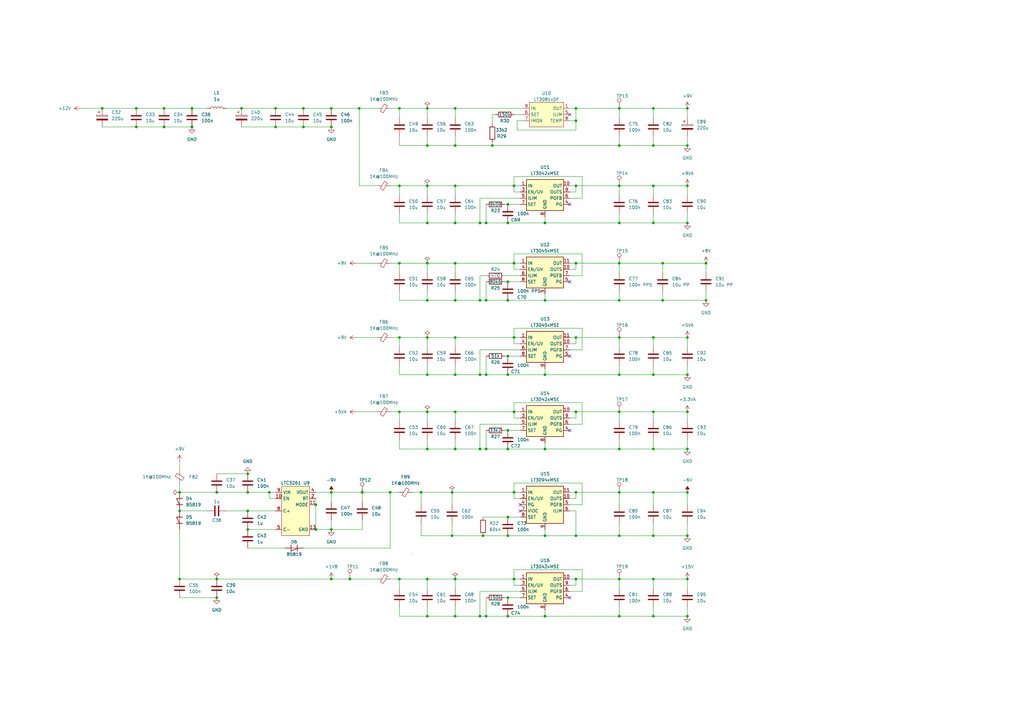
<source format=kicad_sch>
(kicad_sch (version 20211123) (generator eeschema)
  (paper "A3")
  (title_block (title "Kirdy") (date "2022-07-03") (rev "r0.1") (company "M-Labs") (comment 1 "Alex Wong Tat Hang"))
  (junction (at 175.26 237.49))
  (junction (at 223.52 184.15))
  (junction (at 236.22 76.2))
  (junction (at 210.82 201.93))
  (junction (at 78.74 44.45))
  (junction (at 210.82 76.2))
  (junction (at 236.22 168.91))
  (junction (at 185.42 219.71))
  (junction (at 101.6 217.17))
  (junction (at 254 184.15))
  (junction (at 208.28 245.11))
  (junction (at 185.42 201.93))
  (junction (at 208.28 176.53))
  (junction (at 135.89 217.17))
  (junction (at 147.32 44.45))
  (junction (at 210.82 138.43))
  (junction (at 254 91.44))
  (junction (at 143.51 237.49))
  (junction (at 135.89 237.49))
  (junction (at 148.556 201.93))
  (junction (at 236.22 49.53))
  (junction (at 208.28 252.73))
  (junction (at 196.85 184.15))
  (junction (at 88.9 237.49))
  (junction (at 199.39 252.73))
  (junction (at 186.69 138.43))
  (junction (at 208.28 184.15))
  (junction (at 78.74 52.07))
  (junction (at 254 44.45))
  (junction (at 267.97 76.2))
  (junction (at 199.39 153.67))
  (junction (at 254 237.49))
  (junction (at 163.83 76.2))
  (junction (at 289.56 107.95))
  (junction (at 210.82 107.95))
  (junction (at 99.06 44.45))
  (junction (at 67.31 52.07))
  (junction (at 175.26 59.69))
  (junction (at 267.97 201.93))
  (junction (at 113.03 52.07))
  (junction (at 175.26 153.67))
  (junction (at 175.26 91.44))
  (junction (at 41.91 44.45))
  (junction (at 281.94 138.43))
  (junction (at 267.97 138.43))
  (junction (at 175.26 107.95))
  (junction (at 196.85 91.44))
  (junction (at 199.39 123.19))
  (junction (at 267.97 252.73))
  (junction (at 281.94 237.49))
  (junction (at 186.69 252.73))
  (junction (at 208.28 123.19))
  (junction (at 254 219.71))
  (junction (at 148.59 201.93))
  (junction (at 223.52 153.67))
  (junction (at 223.52 91.44))
  (junction (at 236.22 44.45))
  (junction (at 101.6 209.55))
  (junction (at 281.94 76.2))
  (junction (at 281.94 201.93))
  (junction (at 281.94 168.91))
  (junction (at 186.69 107.95))
  (junction (at 289.56 123.19))
  (junction (at 281.94 44.45))
  (junction (at 186.69 237.49))
  (junction (at 186.69 184.15))
  (junction (at 163.83 168.91))
  (junction (at 236.22 219.71))
  (junction (at 254 168.91))
  (junction (at 281.94 252.73))
  (junction (at 223.52 123.19))
  (junction (at 186.69 76.2))
  (junction (at 198.12 219.71))
  (junction (at 281.94 184.15))
  (junction (at 267.97 44.45))
  (junction (at 135.89 201.93))
  (junction (at 186.69 91.44))
  (junction (at 267.97 168.91))
  (junction (at 175.26 168.91))
  (junction (at 281.94 219.71))
  (junction (at 160.02 201.93))
  (junction (at 186.69 59.69))
  (junction (at 208.28 83.82))
  (junction (at 135.89 52.07))
  (junction (at 236.22 201.93))
  (junction (at 113.03 44.45))
  (junction (at 254 153.67))
  (junction (at 254 138.43))
  (junction (at 210.82 168.91))
  (junction (at 281.94 91.44))
  (junction (at 254 59.69))
  (junction (at 267.97 184.15))
  (junction (at 271.78 123.19))
  (junction (at 254 76.2))
  (junction (at 101.6 201.93))
  (junction (at 163.83 138.43))
  (junction (at 186.69 123.19))
  (junction (at 175.26 252.73))
  (junction (at 135.89 44.45))
  (junction (at 196.85 123.19))
  (junction (at 208.28 91.44))
  (junction (at 172.72 201.93))
  (junction (at 208.28 153.67))
  (junction (at 73.66 209.55))
  (junction (at 201.93 59.69))
  (junction (at 267.97 237.49))
  (junction (at 208.28 212.09))
  (junction (at 196.85 252.73))
  (junction (at 124.46 52.07))
  (junction (at 175.26 184.15))
  (junction (at 163.83 107.95))
  (junction (at 186.69 153.67))
  (junction (at 88.9 201.93))
  (junction (at 254 201.93))
  (junction (at 110.49 201.93))
  (junction (at 208.28 115.57))
  (junction (at 236.22 107.95))
  (junction (at 267.97 219.71))
  (junction (at 208.28 146.05))
  (junction (at 223.52 252.73))
  (junction (at 73.66 201.93))
  (junction (at 175.26 123.19))
  (junction (at 281.94 59.69))
  (junction (at 267.97 59.69))
  (junction (at 55.88 52.07))
  (junction (at 236.22 237.49))
  (junction (at 281.94 153.67))
  (junction (at 223.52 219.71))
  (junction (at 208.28 219.71))
  (junction (at 271.78 107.95))
  (junction (at 175.26 76.2))
  (junction (at 175.26 138.43))
  (junction (at 163.83 44.45))
  (junction (at 199.39 184.15))
  (junction (at 101.6 194.31))
  (junction (at 88.9 245.11))
  (junction (at 267.97 91.44))
  (junction (at 254 123.19))
  (junction (at 175.26 44.45))
  (junction (at 210.82 237.49))
  (junction (at 254 252.73))
  (junction (at 73.66 237.49))
  (junction (at 163.83 237.49))
  (junction (at 186.69 168.91))
  (junction (at 129.54 207.01))
  (junction (at 67.31 44.45))
  (junction (at 267.97 153.67))
  (junction (at 124.46 44.45))
  (junction (at 55.88 44.45))
  (junction (at 186.69 44.45))
  (junction (at 254 107.95))
  (junction (at 129.54 217.17))
  (junction (at 236.22 138.43))
  (junction (at 199.39 91.44))
  (junction (at 196.85 153.67))
  (no_connect (at 233.68 115.57))
  (no_connect (at 233.68 176.53))
  (no_connect (at 233.68 245.11))
  (no_connect (at 233.68 46.99))
  (no_connect (at 213.36 209.55))
  (no_connect (at 213.36 207.01))
  (no_connect (at 233.68 83.82))
  (no_connect (at 233.68 146.05))
  (wire (pts (xy 88.9 201.93) (xy 101.6 201.93)))
  (wire (pts (xy 207.01 176.53) (xy 208.28 176.53)))
  (wire (pts (xy 267.97 214.63) (xy 267.97 219.71)))
  (wire (pts (xy 267.97 153.67) (xy 267.97 149.86)))
  (wire (pts (xy 196.85 81.28) (xy 196.85 91.44)))
  (wire (pts (xy 175.26 241.3) (xy 175.26 237.49)))
  (wire (pts (xy 160.02 237.49) (xy 163.83 237.49)))
  (wire (pts (xy 254 237.49) (xy 254 241.3)))
  (wire (pts (xy 233.68 140.97) (xy 236.22 140.97)))
  (wire (pts (xy 148.59 201.93) (xy 148.59 205.74)))
  (wire (pts (xy 281.94 252.73) (xy 281.94 248.92)))
  (wire (pts (xy 254 107.95) (xy 254 111.76)))
  (wire (pts (xy 135.89 213.36) (xy 135.89 217.17)))
  (wire (pts (xy 163.83 252.73) (xy 163.83 248.92)))
  (wire (pts (xy 208.28 176.53) (xy 213.36 176.53)))
  (wire (pts (xy 124.46 44.45) (xy 135.89 44.45)))
  (wire (pts (xy 135.89 217.17) (xy 129.54 217.17)))
  (wire (pts (xy 201.93 58.42) (xy 201.93 59.69)))
  (wire (pts (xy 196.85 91.44) (xy 199.39 91.44)))
  (wire (pts (xy 271.78 107.95) (xy 271.78 111.76)))
  (wire (pts (xy 267.97 252.73) (xy 281.94 252.73)))
  (wire (pts (xy 160.02 107.95) (xy 163.83 107.95)))
  (wire (pts (xy 186.69 172.72) (xy 186.69 168.91)))
  (wire (pts (xy 196.85 113.03) (xy 199.39 113.03)))
  (wire (pts (xy 236.22 219.71) (xy 223.52 219.71)))
  (wire (pts (xy 175.26 123.19) (xy 186.69 123.19)))
  (wire (pts (xy 175.26 252.73) (xy 175.26 248.92)))
  (wire (pts (xy 186.69 123.19) (xy 196.85 123.19)))
  (wire (pts (xy 185.42 219.71) (xy 198.12 219.71)))
  (wire (pts (xy 201.93 50.8) (xy 201.93 46.99)))
  (wire (pts (xy 267.97 153.67) (xy 281.94 153.67)))
  (wire (pts (xy 207.01 115.57) (xy 208.28 115.57)))
  (wire (pts (xy 175.26 123.19) (xy 175.26 119.38)))
  (wire (pts (xy 210.82 76.2) (xy 213.36 76.2)))
  (wire (pts (xy 163.83 59.69) (xy 175.26 59.69)))
  (wire (pts (xy 210.82 237.49) (xy 213.36 237.49)))
  (wire (pts (xy 254 219.71) (xy 254 214.63)))
  (wire (pts (xy 199.39 184.15) (xy 208.28 184.15)))
  (wire (pts (xy 129.54 201.93) (xy 135.89 201.93)))
  (wire (pts (xy 175.26 142.24) (xy 175.26 138.43)))
  (wire (pts (xy 199.39 252.73) (xy 208.28 252.73)))
  (wire (pts (xy 186.69 80.01) (xy 186.69 76.2)))
  (wire (pts (xy 199.39 245.11) (xy 199.39 252.73)))
  (wire (pts (xy 172.72 214.63) (xy 172.72 219.71)))
  (wire (pts (xy 92.71 209.55) (xy 101.6 209.55)))
  (wire (pts (xy 208.28 184.15) (xy 223.52 184.15)))
  (wire (pts (xy 175.26 184.15) (xy 186.69 184.15)))
  (wire (pts (xy 208.28 91.44) (xy 223.52 91.44)))
  (wire (pts (xy 213.36 204.47) (xy 210.82 204.47)))
  (wire (pts (xy 135.89 44.45) (xy 147.32 44.45)))
  (wire (pts (xy 254 219.71) (xy 267.97 219.71)))
  (wire (pts (xy 208.28 115.57) (xy 213.36 115.57)))
  (wire (pts (xy 163.83 252.73) (xy 175.26 252.73)))
  (wire (pts (xy 185.42 201.93) (xy 210.82 201.93)))
  (wire (pts (xy 186.69 168.91) (xy 210.82 168.91)))
  (wire (pts (xy 199.39 115.57) (xy 199.39 123.19)))
  (wire (pts (xy 175.26 76.2) (xy 186.69 76.2)))
  (wire (pts (xy 186.69 91.44) (xy 186.69 87.63)))
  (wire (pts (xy 199.39 146.05) (xy 199.39 153.67)))
  (wire (pts (xy 254 153.67) (xy 254 149.86)))
  (wire (pts (xy 238.76 134.62) (xy 210.82 134.62)))
  (wire (pts (xy 199.39 153.67) (xy 208.28 153.67)))
  (wire (pts (xy 172.72 219.71) (xy 185.42 219.71)))
  (wire (pts (xy 223.52 91.44) (xy 254 91.44)))
  (wire (pts (xy 236.22 240.03) (xy 236.22 237.49)))
  (wire (pts (xy 101.6 224.79) (xy 116.84 224.79)))
  (wire (pts (xy 198.12 219.71) (xy 208.28 219.71)))
  (wire (pts (xy 254 184.15) (xy 254 180.34)))
  (wire (pts (xy 210.82 140.97) (xy 210.82 138.43)))
  (wire (pts (xy 55.88 52.07) (xy 67.31 52.07)))
  (wire (pts (xy 196.85 81.28) (xy 213.36 81.28)))
  (wire (pts (xy 148.556 201.93) (xy 148.59 201.93)))
  (wire (pts (xy 267.97 59.69) (xy 254 59.69)))
  (wire (pts (xy 212.09 49.53) (xy 214.63 49.53)))
  (wire (pts (xy 213.36 110.49) (xy 210.82 110.49)))
  (wire (pts (xy 254 107.95) (xy 271.78 107.95)))
  (wire (pts (xy 267.97 91.44) (xy 267.97 87.63)))
  (wire (pts (xy 223.52 250.19) (xy 223.52 252.73)))
  (wire (pts (xy 254 123.19) (xy 254 119.38)))
  (wire (pts (xy 254 201.93) (xy 267.97 201.93)))
  (wire (pts (xy 186.69 44.45) (xy 214.63 44.45)))
  (wire (pts (xy 196.85 173.99) (xy 213.36 173.99)))
  (wire (pts (xy 175.26 184.15) (xy 175.26 180.34)))
  (wire (pts (xy 233.68 113.03) (xy 238.76 113.03)))
  (wire (pts (xy 210.82 107.95) (xy 213.36 107.95)))
  (wire (pts (xy 186.69 241.3) (xy 186.69 237.49)))
  (wire (pts (xy 254 237.49) (xy 267.97 237.49)))
  (wire (pts (xy 146.05 168.91) (xy 154.94 168.91)))
  (wire (pts (xy 236.22 237.49) (xy 254 237.49)))
  (wire (pts (xy 210.82 201.93) (xy 213.36 201.93)))
  (wire (pts (xy 236.22 44.45) (xy 236.22 49.53)))
  (wire (pts (xy 207.01 245.11) (xy 208.28 245.11)))
  (wire (pts (xy 210.82 78.74) (xy 210.82 76.2)))
  (wire (pts (xy 196.85 252.73) (xy 199.39 252.73)))
  (wire (pts (xy 186.69 153.67) (xy 196.85 153.67)))
  (wire (pts (xy 236.22 219.71) (xy 254 219.71)))
  (wire (pts (xy 210.82 138.43) (xy 213.36 138.43)))
  (wire (pts (xy 73.66 198.12) (xy 73.66 201.93)))
  (wire (pts (xy 238.76 173.99) (xy 238.76 165.1)))
  (wire (pts (xy 175.26 172.72) (xy 175.26 168.91)))
  (wire (pts (xy 113.03 52.07) (xy 124.46 52.07)))
  (wire (pts (xy 73.66 237.49) (xy 73.66 217.17)))
  (wire (pts (xy 238.76 165.1) (xy 210.82 165.1)))
  (wire (pts (xy 208.28 123.19) (xy 223.52 123.19)))
  (wire (pts (xy 113.03 44.45) (xy 124.46 44.45)))
  (wire (pts (xy 281.94 76.2) (xy 281.94 80.01)))
  (wire (pts (xy 163.83 172.72) (xy 163.83 168.91)))
  (wire (pts (xy 281.94 184.15) (xy 281.94 180.34)))
  (wire (pts (xy 201.93 46.99) (xy 203.2 46.99)))
  (wire (pts (xy 238.76 104.14) (xy 210.82 104.14)))
  (wire (pts (xy 210.82 240.03) (xy 210.82 237.49)))
  (wire (pts (xy 281.94 168.91) (xy 281.94 172.72)))
  (wire (pts (xy 163.83 107.95) (xy 175.26 107.95)))
  (wire (pts (xy 233.68 143.51) (xy 238.76 143.51)))
  (wire (pts (xy 254 48.26) (xy 254 44.45)))
  (wire (pts (xy 196.85 113.03) (xy 196.85 123.19)))
  (wire (pts (xy 236.22 201.93) (xy 254 201.93)))
  (wire (pts (xy 73.66 237.49) (xy 88.9 237.49)))
  (wire (pts (xy 175.26 168.91) (xy 186.69 168.91)))
  (wire (pts (xy 233.68 240.03) (xy 236.22 240.03)))
  (wire (pts (xy 201.93 59.69) (xy 254 59.69)))
  (wire (pts (xy 175.26 44.45) (xy 186.69 44.45)))
  (wire (pts (xy 160.02 44.45) (xy 163.83 44.45)))
  (wire (pts (xy 124.46 52.07) (xy 135.89 52.07)))
  (wire (pts (xy 236.22 138.43) (xy 254 138.43)))
  (wire (pts (xy 110.49 201.93) (xy 113.03 201.93)))
  (wire (pts (xy 233.68 173.99) (xy 238.76 173.99)))
  (wire (pts (xy 210.82 134.62) (xy 210.82 138.43)))
  (wire (pts (xy 267.97 76.2) (xy 267.97 80.01)))
  (wire (pts (xy 267.97 138.43) (xy 281.94 138.43)))
  (wire (pts (xy 254 44.45) (xy 267.97 44.45)))
  (wire (pts (xy 254 91.44) (xy 267.97 91.44)))
  (wire (pts (xy 271.78 123.19) (xy 271.78 119.38)))
  (wire (pts (xy 238.76 113.03) (xy 238.76 104.14)))
  (wire (pts (xy 223.52 151.13) (xy 223.52 153.67)))
  (wire (pts (xy 233.68 138.43) (xy 236.22 138.43)))
  (wire (pts (xy 163.83 59.69) (xy 163.83 55.88)))
  (wire (pts (xy 233.68 81.28) (xy 238.76 81.28)))
  (wire (pts (xy 196.85 153.67) (xy 199.39 153.67)))
  (wire (pts (xy 163.83 123.19) (xy 175.26 123.19)))
  (wire (pts (xy 223.52 181.61) (xy 223.52 184.15)))
  (wire (pts (xy 113.03 204.47) (xy 110.49 204.47)))
  (wire (pts (xy 73.66 245.11) (xy 88.9 245.11)))
  (wire (pts (xy 186.69 59.69) (xy 201.93 59.69)))
  (wire (pts (xy 135.89 237.49) (xy 143.51 237.49)))
  (wire (pts (xy 186.69 153.67) (xy 186.69 149.86)))
  (wire (pts (xy 186.69 123.19) (xy 186.69 119.38)))
  (wire (pts (xy 233.68 76.2) (xy 236.22 76.2)))
  (wire (pts (xy 185.42 214.63) (xy 185.42 219.71)))
  (wire (pts (xy 208.28 252.73) (xy 223.52 252.73)))
  (wire (pts (xy 175.26 252.73) (xy 186.69 252.73)))
  (wire (pts (xy 168.91 201.93) (xy 172.72 201.93)))
  (wire (pts (xy 186.69 48.26) (xy 186.69 44.45)))
  (wire (pts (xy 135.89 201.93) (xy 148.556 201.93)))
  (wire (pts (xy 267.97 44.45) (xy 281.94 44.45)))
  (wire (pts (xy 199.39 176.53) (xy 199.39 184.15)))
  (wire (pts (xy 254 168.91) (xy 254 172.72)))
  (wire (pts (xy 254 201.93) (xy 254 207.01)))
  (wire (pts (xy 185.42 201.93) (xy 185.42 207.01)))
  (wire (pts (xy 135.89 201.93) (xy 135.89 205.74)))
  (wire (pts (xy 213.36 78.74) (xy 210.82 78.74)))
  (wire (pts (xy 267.97 48.26) (xy 267.97 44.45)))
  (wire (pts (xy 163.83 237.49) (xy 175.26 237.49)))
  (wire (pts (xy 196.85 143.51) (xy 213.36 143.51)))
  (wire (pts (xy 186.69 252.73) (xy 186.69 248.92)))
  (wire (pts (xy 175.26 153.67) (xy 175.26 149.86)))
  (wire (pts (xy 233.68 168.91) (xy 236.22 168.91)))
  (wire (pts (xy 212.09 49.53) (xy 212.09 53.34)))
  (wire (pts (xy 186.69 138.43) (xy 210.82 138.43)))
  (wire (pts (xy 236.22 49.53) (xy 233.68 49.53)))
  (wire (pts (xy 254 123.19) (xy 271.78 123.19)))
  (wire (pts (xy 233.68 171.45) (xy 236.22 171.45)))
  (wire (pts (xy 254 91.44) (xy 254 87.63)))
  (wire (pts (xy 238.76 81.28) (xy 238.76 72.39)))
  (wire (pts (xy 213.36 240.03) (xy 210.82 240.03)))
  (wire (pts (xy 236.22 209.55) (xy 236.22 219.71)))
  (wire (pts (xy 163.83 80.01) (xy 163.83 76.2)))
  (wire (pts (xy 223.52 123.19) (xy 254 123.19)))
  (wire (pts (xy 254 153.67) (xy 267.97 153.67)))
  (wire (pts (xy 101.6 217.17) (xy 113.03 217.17)))
  (wire (pts (xy 163.83 241.3) (xy 163.83 237.49)))
  (wire (pts (xy 233.68 242.57) (xy 238.76 242.57)))
  (wire (pts (xy 236.22 168.91) (xy 254 168.91)))
  (wire (pts (xy 223.52 219.71) (xy 223.52 217.17)))
  (wire (pts (xy 160.02 224.79) (xy 160.02 201.93)))
  (wire (pts (xy 163.83 48.26) (xy 163.83 44.45)))
  (wire (pts (xy 236.22 53.34) (xy 236.22 49.53)))
  (wire (pts (xy 78.74 44.45) (xy 85.09 44.45)))
  (wire (pts (xy 267.97 201.93) (xy 281.94 201.93)))
  (wire (pts (xy 148.59 217.17) (xy 135.89 217.17)))
  (wire (pts (xy 92.71 44.45) (xy 99.06 44.45)))
  (wire (pts (xy 281.94 44.45) (xy 281.94 48.26)))
  (wire (pts (xy 175.26 48.26) (xy 175.26 44.45)))
  (wire (pts (xy 163.83 153.67) (xy 175.26 153.67)))
  (wire (pts (xy 175.26 153.67) (xy 186.69 153.67)))
  (wire (pts (xy 160.02 201.93) (xy 163.83 201.93)))
  (wire (pts (xy 267.97 237.49) (xy 281.94 237.49)))
  (wire (pts (xy 175.26 111.76) (xy 175.26 107.95)))
  (wire (pts (xy 110.49 204.47) (xy 110.49 201.93)))
  (wire (pts (xy 175.26 59.69) (xy 175.26 55.88)))
  (wire (pts (xy 210.82 168.91) (xy 213.36 168.91)))
  (wire (pts (xy 267.97 201.93) (xy 267.97 207.01)))
  (wire (pts (xy 198.12 212.09) (xy 208.28 212.09)))
  (wire (pts (xy 254 252.73) (xy 254 248.92)))
  (wire (pts (xy 233.68 78.74) (xy 236.22 78.74)))
  (wire (pts (xy 172.72 201.93) (xy 172.72 207.01)))
  (wire (pts (xy 210.82 110.49) (xy 210.82 107.95)))
  (wire (pts (xy 33.02 44.45) (xy 41.91 44.45)))
  (wire (pts (xy 238.76 72.39) (xy 210.82 72.39)))
  (wire (pts (xy 199.39 123.19) (xy 208.28 123.19)))
  (wire (pts (xy 254 252.73) (xy 267.97 252.73)))
  (wire (pts (xy 236.22 107.95) (xy 254 107.95)))
  (wire (pts (xy 236.22 140.97) (xy 236.22 138.43)))
  (wire (pts (xy 129.54 207.01) (xy 129.54 217.17)))
  (wire (pts (xy 267.97 252.73) (xy 267.97 248.92)))
  (wire (pts (xy 233.68 110.49) (xy 236.22 110.49)))
  (wire (pts (xy 41.91 44.45) (xy 55.88 44.45)))
  (wire (pts (xy 186.69 59.69) (xy 186.69 55.88)))
  (wire (pts (xy 163.83 76.2) (xy 175.26 76.2)))
  (wire (pts (xy 154.94 76.2) (xy 147.32 76.2)))
  (wire (pts (xy 254 55.88) (xy 254 59.69)))
  (wire (pts (xy 163.83 153.67) (xy 163.83 149.86)))
  (wire (pts (xy 271.78 123.19) (xy 289.56 123.19)))
  (wire (pts (xy 175.26 107.95) (xy 186.69 107.95)))
  (wire (pts (xy 196.85 242.57) (xy 196.85 252.73)))
  (wire (pts (xy 267.97 91.44) (xy 281.94 91.44)))
  (wire (pts (xy 73.66 209.55) (xy 85.09 209.55)))
  (wire (pts (xy 186.69 237.49) (xy 210.82 237.49)))
  (wire (pts (xy 101.6 201.93) (xy 110.49 201.93)))
  (wire (pts (xy 99.06 44.45) (xy 113.03 44.45)))
  (wire (pts (xy 186.69 184.15) (xy 186.69 180.34)))
  (wire (pts (xy 236.22 110.49) (xy 236.22 107.95)))
  (wire (pts (xy 73.66 189.23) (xy 73.66 193.04)))
  (wire (pts (xy 210.82 46.99) (xy 214.63 46.99)))
  (wire (pts (xy 147.32 44.45) (xy 147.32 76.2)))
  (wire (pts (xy 146.05 107.95) (xy 154.94 107.95)))
  (wire (pts (xy 175.26 91.44) (xy 186.69 91.44)))
  (wire (pts (xy 233.68 107.95) (xy 236.22 107.95)))
  (wire (pts (xy 210.82 72.39) (xy 210.82 76.2)))
  (wire (pts (xy 254 76.2) (xy 267.97 76.2)))
  (wire (pts (xy 233.68 237.49) (xy 236.22 237.49)))
  (wire (pts (xy 196.85 123.19) (xy 199.39 123.19)))
  (wire (pts (xy 238.76 198.12) (xy 210.82 198.12)))
  (wire (pts (xy 233.68 44.45) (xy 236.22 44.45)))
  (wire (pts (xy 146.05 138.43) (xy 154.94 138.43)))
  (wire (pts (xy 196.85 143.51) (xy 196.85 153.67)))
  (wire (pts (xy 281.94 91.44) (xy 281.94 87.63)))
  (wire (pts (xy 41.91 52.07) (xy 55.88 52.07)))
  (wire (pts (xy 196.85 173.99) (xy 196.85 184.15)))
  (wire (pts (xy 281.94 138.43) (xy 281.94 142.24)))
  (wire (pts (xy 281.94 153.67) (xy 281.94 149.86)))
  (wire (pts (xy 233.68 204.47) (xy 236.22 204.47)))
  (wire (pts (xy 143.51 237.49) (xy 154.94 237.49)))
  (wire (pts (xy 199.39 91.44) (xy 208.28 91.44)))
  (wire (pts (xy 238.76 207.01) (xy 238.76 198.12)))
  (wire (pts (xy 163.83 168.91) (xy 175.26 168.91)))
  (wire (pts (xy 236.22 78.74) (xy 236.22 76.2)))
  (wire (pts (xy 207.01 146.05) (xy 208.28 146.05)))
  (wire (pts (xy 196.85 184.15) (xy 199.39 184.15)))
  (wire (pts (xy 212.09 53.34) (xy 236.22 53.34)))
  (wire (pts (xy 196.85 242.57) (xy 213.36 242.57)))
  (wire (pts (xy 208.28 153.67) (xy 223.52 153.67)))
  (wire (pts (xy 210.82 171.45) (xy 210.82 168.91)))
  (wire (pts (xy 186.69 76.2) (xy 210.82 76.2)))
  (wire (pts (xy 210.82 198.12) (xy 210.82 201.93)))
  (wire (pts (xy 147.32 44.45) (xy 154.94 44.45)))
  (wire (pts (xy 213.36 140.97) (xy 210.82 140.97)))
  (wire (pts (xy 238.76 242.57) (xy 238.76 233.68)))
  (wire (pts (xy 88.9 194.31) (xy 101.6 194.31)))
  (wire (pts (xy 289.56 123.19) (xy 289.56 119.38)))
  (wire (pts (xy 267.97 168.91) (xy 267.97 172.72)))
  (wire (pts (xy 267.97 76.2) (xy 281.94 76.2)))
  (wire (pts (xy 186.69 142.24) (xy 186.69 138.43)))
  (wire (pts (xy 281.94 55.88) (xy 281.94 59.69)))
  (wire (pts (xy 67.31 52.07) (xy 78.74 52.07)))
  (wire (pts (xy 210.82 204.47) (xy 210.82 201.93)))
  (wire (pts (xy 238.76 233.68) (xy 210.82 233.68)))
  (wire (pts (xy 254 138.43) (xy 267.97 138.43)))
  (wire (pts (xy 223.52 120.65) (xy 223.52 123.19)))
  (wire (pts (xy 267.97 219.71) (xy 281.94 219.71)))
  (wire (pts (xy 208.28 245.11) (xy 213.36 245.11)))
  (wire (pts (xy 223.52 88.9) (xy 223.52 91.44)))
  (wire (pts (xy 267.97 237.49) (xy 267.97 241.3)))
  (wire (pts (xy 254 184.15) (xy 267.97 184.15)))
  (wire (pts (xy 236.22 171.45) (xy 236.22 168.91)))
  (wire (pts (xy 210.82 233.68) (xy 210.82 237.49)))
  (wire (pts (xy 163.83 111.76) (xy 163.83 107.95)))
  (wire (pts (xy 55.88 44.45) (xy 67.31 44.45)))
  (wire (pts (xy 199.39 83.82) (xy 199.39 91.44)))
  (wire (pts (xy 160.02 168.91) (xy 163.83 168.91)))
  (wire (pts (xy 124.46 224.79) (xy 160.02 224.79)))
  (wire (pts (xy 254 138.43) (xy 254 142.24)))
  (wire (pts (xy 208.28 212.09) (xy 213.36 212.09)))
  (wire (pts (xy 210.82 165.1) (xy 210.82 168.91)))
  (wire (pts (xy 271.78 107.95) (xy 289.56 107.95)))
  (wire (pts (xy 160.02 76.2) (xy 163.83 76.2)))
  (wire (pts (xy 163.83 123.19) (xy 163.83 119.38)))
  (wire (pts (xy 67.31 44.45) (xy 78.74 44.45)))
  (wire (pts (xy 175.26 59.69) (xy 186.69 59.69)))
  (wire (pts (xy 163.83 184.15) (xy 175.26 184.15)))
  (wire (pts (xy 208.28 146.05) (xy 213.36 146.05)))
  (wire (pts (xy 175.26 237.49) (xy 186.69 237.49)))
  (wire (pts (xy 254 168.91) (xy 267.97 168.91)))
  (wire (pts (xy 186.69 111.76) (xy 186.69 107.95)))
  (wire (pts (xy 160.02 201.93) (xy 148.59 201.93)))
  (wire (pts (xy 172.72 201.93) (xy 185.42 201.93)))
  (wire (pts (xy 175.26 91.44) (xy 175.26 87.63)))
  (wire (pts (xy 281.94 201.93) (xy 281.94 207.01)))
  (wire (pts (xy 99.06 52.07) (xy 113.03 52.07)))
  (wire (pts (xy 101.6 209.55) (xy 113.03 209.55)))
  (wire (pts (xy 223.52 153.67) (xy 254 153.67)))
  (wire (pts (xy 238.76 143.51) (xy 238.76 134.62)))
  (wire (pts (xy 73.66 201.93) (xy 88.9 201.93)))
  (wire (pts (xy 175.26 138.43) (xy 186.69 138.43)))
  (wire (pts (xy 186.69 107.95) (xy 210.82 107.95)))
  (wire (pts (xy 267.97 168.91) (xy 281.94 168.91)))
  (wire (pts (xy 233.68 207.01) (xy 238.76 207.01)))
  (wire (pts (xy 163.83 91.44) (xy 175.26 91.44)))
  (wire (pts (xy 236.22 76.2) (xy 254 76.2)))
  (wire (pts (xy 236.22 204.47) (xy 236.22 201.93)))
  (wire (pts (xy 236.22 44.45) (xy 254 44.45)))
  (wire (pts (xy 160.02 138.43) (xy 163.83 138.43)))
  (wire (pts (xy 208.28 219.71) (xy 223.52 219.71)))
  (wire (pts (xy 236.22 209.55) (xy 233.68 209.55)))
  (wire (pts (xy 186.69 184.15) (xy 196.85 184.15)))
  (wire (pts (xy 267.97 184.15) (xy 267.97 180.34)))
  (wire (pts (xy 207.01 83.82) (xy 208.28 83.82)))
  (wire (pts (xy 267.97 138.43) (xy 267.97 142.24)))
  (wire (pts (xy 213.36 171.45) (xy 210.82 171.45)))
  (wire (pts (xy 233.68 201.93) (xy 236.22 201.93)))
  (wire (pts (xy 254 76.2) (xy 254 80.01)))
  (wire (pts (xy 163.83 44.45) (xy 175.26 44.45)))
  (wire (pts (xy 223.52 184.15) (xy 254 184.15)))
  (wire (pts (xy 163.83 138.43) (xy 175.26 138.43)))
  (wire (pts (xy 208.28 83.82) (xy 213.36 83.82)))
  (wire (pts (xy 186.69 91.44) (xy 196.85 91.44)))
  (wire (pts (xy 163.83 91.44) (xy 163.83 87.63)))
  (wire (pts (xy 289.56 107.95) (xy 289.56 111.76)))
  (wire (pts (xy 281.94 237.49) (xy 281.94 241.3)))
  (wire (pts (xy 148.59 213.36) (xy 148.59 217.17)))
  (wire (pts (xy 267.97 55.88) (xy 267.97 59.69)))
  (wire (pts (xy 129.54 204.47) (xy 129.54 207.01)))
  (wire (pts (xy 267.97 59.69) (xy 281.94 59.69)))
  (wire (pts (xy 223.52 252.73) (xy 254 252.73)))
  (wire (pts (xy 186.69 252.73) (xy 196.85 252.73)))
  (wire (pts (xy 267.97 184.15) (xy 281.94 184.15)))
  (wire (pts (xy 210.82 104.14) (xy 210.82 107.95)))
  (wire (pts (xy 281.94 214.63) (xy 281.94 219.71)))
  (wire (pts (xy 175.26 80.01) (xy 175.26 76.2)))
  (wire (pts (xy 163.83 184.15) (xy 163.83 180.34)))
  (wire (pts (xy 88.9 237.49) (xy 135.89 237.49)))
  (wire (pts (xy 207.01 113.03) (xy 213.36 113.03)))
  (wire (pts (xy 163.83 142.24) (xy 163.83 138.43)))
  (symbol (lib_id "Device:R") (at 198.12 215.9 0) (unit 1)
    (property "Reference" "R22" (at 200.66 214.6299 0) (effects (justify left)))
    (property "Value" "60k4" (at 200.66 217.1699 0) (effects (justify left)))
    (property "Footprint" "Resistor_SMD:R_0603_1608Metric" (effects hide))
    (property "MFR_PN" "RT0603FRE0760K4L" (effects hide))
    (property "MFR_PN_ALT" "RC0603FR-0760K4L" (effects hide))
  )
  (symbol (lib_id "Device:C") (at 254 83.82 0) (unit 1)
    (property "Reference" "C76" (at 257.81 82.5499 0) (effects (justify left)))
    (property "Value" "100n" (at 257.81 85.0899 0) (effects (justify left)))
    (property "Footprint" "Capacitor_SMD:C_0603_1608Metric" (effects hide))
    (property "MFR_PN" "CL10B104KB8NNWC" (effects hide))
    (property "MFR_PN_ALT" "CL10B104KB8NNNL" (effects hide))
  )
  (symbol (lib_id "power:+5VA") (at 281.94 138.43 0) (unit 1)
    (property "Reference" "#PWR074" (effects hide))
    (property "Value" "+5VA" (at 281.94 133.35 0))
  )
  (symbol (lib_id "Device:C") (at 101.6 213.36 0) (unit 1)
    (property "Reference" "C42" (at 105.41 212.0899 0) (effects (justify left)))
    (property "Value" "1u" (at 105.41 214.6299 0) (effects (justify left)))
    (property "Footprint" "Capacitor_SMD:C_0603_1608Metric" (effects hide))
    (property "MFR_PN" "CL10B105KA8NNNC" (effects hide))
    (property "MFR_PN_ALT" "CGA3E1X7R1E105K080AC" (effects hide))
  )
  (symbol (lib_id "power:PWR_FLAG") (at 175.26 76.2 0) (unit 1)
    (property "Reference" "#FLG0106" (effects hide))
    (property "Value" "PWR_FLAG" (effects hide))
  )
  (symbol (lib_id "Device:C") (at 148.59 209.55 0) (unit 1)
    (property "Reference" "C48" (at 152.4 208.2799 0) (effects (justify left)))
    (property "Value" "10u" (at 152.4 210.8199 0) (effects (justify left)))
    (property "Footprint" "Capacitor_SMD:C_0805_2012Metric" (effects hide))
    (property "MFR_PN" "CL21B106KOQNNNG" (effects hide))
    (property "MFR_PN_ALT" "CL21B106KOQNNNE" (effects hide))
  )
  (symbol (lib_id "Device:R") (at 203.2 83.82 90) (unit 1)
    (property "Reference" "R23" (at 203.2 86.36 90))
    (property "Value" "9k09" (at 203.2 83.82 90))
    (property "Footprint" "Resistor_SMD:R_0603_1608Metric" (effects hide))
    (property "MFR_PN" "CR0603-FX-9091ELF" (effects hide))
    (property "MFR_PN_ALT" "RK73H1JTTD9091F" (effects hide))
  )
  (symbol (lib_id "Device:R") (at 203.2 245.11 90) (unit 1)
    (property "Reference" "R28" (at 203.2 247.65 90))
    (property "Value" "150k" (at 203.2 245.11 90))
    (property "Footprint" "Resistor_SMD:R_0603_1608Metric" (effects hide))
    (property "MFR_PN" "CRGCQ0603F150K" (effects hide))
    (property "MFR_PN_ALT" "RMCF0603FG150K" (effects hide))
  )
  (symbol (lib_id "Device:C") (at 281.94 210.82 0) (unit 1)
    (property "Reference" "C94" (at 285.75 209.5499 0) (effects (justify left)))
    (property "Value" "10u" (at 285.75 212.0899 0) (effects (justify left)))
    (property "Footprint" "Capacitor_SMD:C_0805_2012Metric" (effects hide))
    (property "MFR_PN" "CL21B106KOQNNNG" (effects hide))
    (property "MFR_PN_ALT" "CL21B106KOQNNNE" (effects hide))
  )
  (symbol (lib_id "Device:C") (at 186.69 83.82 0) (unit 1)
    (property "Reference" "C64" (at 190.5 82.5499 0) (effects (justify left)))
    (property "Value" "100n" (at 190.5 85.0899 0) (effects (justify left)))
    (property "Footprint" "Capacitor_SMD:C_0603_1608Metric" (effects hide))
    (property "MFR_PN" "CL10B104KB8NNWC" (effects hide))
    (property "MFR_PN_ALT" "CL10B104KB8NNNL" (effects hide))
  )
  (symbol (lib_id "Device:C") (at 113.03 48.26 0) (unit 1)
    (property "Reference" "C44" (at 116.84 46.9899 0) (effects (justify left)))
    (property "Value" "10u" (at 116.84 49.5299 0) (effects (justify left)))
    (property "Footprint" "Capacitor_SMD:C_0805_2012Metric" (effects hide))
    (property "MFR_PN" "CL21B106KOQNNNG" (effects hide))
    (property "MFR_PN_ALT" "CL21B106KOQNNNE" (effects hide))
  )
  (symbol (lib_id "power:PWR_FLAG") (at 175.26 107.95 0) (unit 1)
    (property "Reference" "#FLG0108" (effects hide))
    (property "Value" "PWR_FLAG" (effects hide))
  )
  (symbol (lib_id "Device:FerriteBead_Small") (at 73.66 195.58 180) (unit 1)
    (property "Reference" "FB2" (at 77.47 195.58 0) (effects (justify right)))
    (property "Value" "1K@100MHz" (at 58.42 195.58 0) (effects (justify right)))
    (property "Footprint" "Inductor_SMD:L_1210_3225Metric" (effects hide))
    (property "MFR_PN" "FBMH3225HM102NT" (effects hide))
    (property "MFR_PN_ALT" "FBMH3225HM102NTV" (effects hide))
  )
  (symbol (lib_id "Device:C") (at 208.28 180.34 0) (unit 1)
    (property "Reference" "C72" (at 209.55 182.88 0) (effects (justify left)))
    (property "Value" "100n" (at 212.09 180.34 0) (effects (justify left)))
    (property "Footprint" "Capacitor_SMD:C_0603_1608Metric" (effects hide))
    (property "MFR_PN" "CL10B104KB8NNWC" (effects hide))
    (property "MFR_PN_ALT" "CL10B104KB8NNNL" (effects hide))
  )
  (symbol (lib_id "Device:C") (at 186.69 115.57 0) (unit 1)
    (property "Reference" "C65" (at 190.5 114.2999 0) (effects (justify left)))
    (property "Value" "100n" (at 190.5 116.8399 0) (effects (justify left)))
    (property "Footprint" "Capacitor_SMD:C_0603_1608Metric" (effects hide))
    (property "MFR_PN" "CL10B104KB8NNWC" (effects hide))
    (property "MFR_PN_ALT" "CL10B104KB8NNNL" (effects hide))
  )
  (symbol (lib_id "Device:C") (at 175.26 176.53 0) (unit 1)
    (property "Reference" "C60" (at 179.07 175.2599 0) (effects (justify left)))
    (property "Value" "10u" (at 179.07 177.7999 0) (effects (justify left)))
    (property "Footprint" "Capacitor_SMD:C_0805_2012Metric" (effects hide))
    (property "MFR_PN" "CL21B106KOQNNNG" (effects hide))
    (property "MFR_PN_ALT" "CL21B106KOQNNNE" (effects hide))
  )
  (symbol (lib_id "Device:C") (at 254 52.07 0) (unit 1)
    (property "Reference" "C75" (at 257.81 50.7999 0) (effects (justify left)))
    (property "Value" "100n" (at 257.81 53.3399 0) (effects (justify left)))
    (property "Footprint" "Capacitor_SMD:C_0603_1608Metric" (effects hide))
    (property "MFR_PN" "CL10B104KB8NNWC" (effects hide))
    (property "MFR_PN_ALT" "CL10B104KB8NNNL" (effects hide))
  )
  (symbol (lib_id "power:GND") (at 289.56 123.19 0) (unit 1)
    (property "Reference" "#PWR073" (effects hide))
    (property "Value" "GND" (at 289.56 128.27 0))
  )
  (symbol (lib_id "Device:C") (at 267.97 210.82 0) (unit 1)
    (property "Reference" "C87" (at 271.78 209.5499 0) (effects (justify left)))
    (property "Value" "10u" (at 271.78 212.0899 0) (effects (justify left)))
    (property "Footprint" "Capacitor_SMD:C_0805_2012Metric" (effects hide))
    (property "MFR_PN" "CL21B106KOQNNNG" (effects hide))
    (property "MFR_PN_ALT" "CL21B106KOQNNNE" (effects hide))
  )
  (symbol (lib_id "Device:C") (at 175.26 245.11 0) (unit 1)
    (property "Reference" "C61" (at 179.07 243.8399 0) (effects (justify left)))
    (property "Value" "10u" (at 179.07 246.3799 0) (effects (justify left)))
    (property "Footprint" "Capacitor_SMD:C_0805_2012Metric" (effects hide))
    (property "MFR_PN" "CL21B106KOQNNNG" (effects hide))
    (property "MFR_PN_ALT" "CL21B106KOQNNNE" (effects hide))
  )
  (symbol (lib_id "Device:C") (at 186.69 245.11 0) (unit 1)
    (property "Reference" "C68" (at 190.5 243.8399 0) (effects (justify left)))
    (property "Value" "100n" (at 190.5 246.3799 0) (effects (justify left)))
    (property "Footprint" "Capacitor_SMD:C_0603_1608Metric" (effects hide))
    (property "MFR_PN" "CL10B104KB8NNWC" (effects hide))
    (property "MFR_PN_ALT" "CL10B104KB8NNNL" (effects hide))
  )
  (symbol (lib_id "Device:R") (at 203.2 146.05 90) (unit 1)
    (property "Reference" "R26" (at 203.2 148.59 90))
    (property "Value" "51k" (at 203.2 146.05 90))
    (property "Footprint" "Resistor_SMD:R_0603_1608Metric" (effects hide))
    (property "MFR_PN" "RMCF0603FT51K0" (effects hide))
    (property "MFR_PN_ALT" "CR0603-FX-5102ELF" (effects hide))
  )
  (symbol (lib_id "Device:C") (at 175.26 52.07 0) (unit 1)
    (property "Reference" "C56" (at 179.07 50.7999 0) (effects (justify left)))
    (property "Value" "10u" (at 179.07 53.3399 0) (effects (justify left)))
    (property "Footprint" "Capacitor_SMD:C_0805_2012Metric" (effects hide))
    (property "MFR_PN" "CL21B106KOQNNNG" (effects hide))
    (property "MFR_PN_ALT" "CL21B106KOQNNNE" (effects hide))
  )
  (symbol (lib_id "Device:L") (at 88.9 44.45 90) (unit 1)
    (property "Reference" "L1" (at 88.9 38.1 90))
    (property "Value" "1u" (at 88.9 40.64 90))
    (property "Footprint" "Inductor_SMD:L_1008_2520Metric" (effects hide))
    (property "MFR_PN" "DFE252012F-1R0M=P2" (effects hide))
    (property "MFR_PN_ALT" "DFE252012P-1R0M=P2" (effects hide))
  )
  (symbol (lib_id "Device:D_Shockley") (at 73.66 213.36 90) (unit 1)
    (property "Reference" "D5" (at 76.2 212.0899 90) (effects (justify right)))
    (property "Value" "B5819" (at 76.2 214.6299 90) (effects (justify right)))
    (property "Footprint" "Diode_SMD:D_SOD-323" (effects hide))
    (property "MFR_PN" "B5819WS-TP" (effects hide))
  )
  (symbol (lib_id "Device:C_Polarized") (at 281.94 52.07 0) (unit 1)
    (property "Reference" "C89" (at 285.75 49.9109 0) (effects (justify left)))
    (property "Value" "220u" (at 285.75 52.4509 0) (effects (justify left)))
    (property "Footprint" "Capacitor_Tantalum_SMD:CP_EIA-7343-15_Kemet-W" (effects hide))
    (property "MFR_PN" "T491D227K016AT" (effects hide))
    (property "MFR_PN_ALT" "293D227X9016E2TE3" (effects hide))
  )
  (symbol (lib_id "Connector:TestPoint") (at 254 107.95 0) (unit 1)
    (property "Reference" "TP15" (at 252.73 102.87 0) (effects (justify left)))
    (property "Value" "TestPoint" (effects hide))
    (property "Footprint" "TestPoint:TestPoint_Pad_2.0x2.0mm" (effects hide))
  )
  (symbol (lib_id "power:-9V") (at 135.89 201.93 0) (unit 1)
    (property "Reference" "#PWR063" (effects hide))
    (property "Value" "-9V" (at 135.89 196.85 0))
  )
  (symbol (lib_id "Device:FerriteBead_Small") (at 157.48 107.95 90) (unit 1)
    (property "Reference" "FB5" (at 157.4419 101.6 90))
    (property "Value" "1K@100MHz" (at 157.4419 104.14 90))
    (property "Footprint" "Inductor_SMD:L_1210_3225Metric" (effects hide))
    (property "MFR_PN" "FBMH3225HM102NT" (effects hide))
    (property "MFR_PN_ALT" "FBMH3225HM102NTV" (effects hide))
  )
  (symbol (lib_id "Device:C") (at 254 210.82 0) (unit 1)
    (property "Reference" "C80" (at 257.81 209.5499 0) (effects (justify left)))
    (property "Value" "100n" (at 257.81 212.0899 0) (effects (justify left)))
    (property "Footprint" "Capacitor_SMD:C_0603_1608Metric" (effects hide))
    (property "MFR_PN" "CL10B104KB8NNWC" (effects hide))
    (property "MFR_PN_ALT" "CL10B104KB8NNNL" (effects hide))
  )
  (symbol (lib_id "power:PWR_FLAG") (at 175.26 138.43 0) (unit 1)
    (property "Reference" "#FLG0109" (effects hide))
    (property "Value" "PWR_FLAG" (effects hide))
  )
  (symbol (lib_id "power:GND") (at 281.94 91.44 0) (unit 1)
    (property "Reference" "#PWR071" (effects hide))
    (property "Value" "GND" (at 281.94 96.52 0))
  )
  (symbol (lib_id "power:+9V") (at 281.94 44.45 0) (unit 1)
    (property "Reference" "#PWR068" (effects hide))
    (property "Value" "+9V" (at 281.94 39.37 0))
  )
  (symbol (lib_id "power:PWR_FLAG") (at 185.42 201.93 0) (unit 1)
    (property "Reference" "#FLG0102" (effects hide))
    (property "Value" "PWR_FLAG" (effects hide))
  )
  (symbol (lib_id "Device:FerriteBead_Small") (at 166.37 201.93 90) (unit 1)
    (property "Reference" "FB9" (at 166.3319 195.58 90))
    (property "Value" "1K@100MHz" (at 166.3319 198.12 90))
    (property "Footprint" "Inductor_SMD:L_1210_3225Metric" (effects hide))
    (property "MFR_PN" "FBMH3225HM102NT" (effects hide))
    (property "MFR_PN_ALT" "FBMH3225HM102NTV" (effects hide))
  )
  (symbol (lib_id "Connector:TestPoint") (at 254 168.91 0) (unit 1)
    (property "Reference" "TP17" (at 252.73 163.83 0) (effects (justify left)))
    (property "Value" "TestPoint" (effects hide))
    (property "Footprint" "TestPoint:TestPoint_Pad_2.0x2.0mm" (effects hide))
  )
  (symbol (lib_id "Device:C") (at 208.28 119.38 0) (unit 1)
    (property "Reference" "C70" (at 212.09 121.92 0) (effects (justify left)))
    (property "Value" "100n PPS" (at 212.09 119.38 0) (effects (justify left)))
    (property "Footprint" "Capacitor_SMD:C_1210_3225Metric" (effects hide))
    (property "MFR_PN" "ECH-U1C104JX5" (effects hide))
  )
  (symbol (lib_id "Device:C") (at 281.94 245.11 0) (unit 1)
    (property "Reference" "C95" (at 285.75 243.8399 0) (effects (justify left)))
    (property "Value" "10u" (at 285.75 246.3799 0) (effects (justify left)))
    (property "Footprint" "Capacitor_SMD:C_0805_2012Metric" (effects hide))
    (property "MFR_PN" "CL21B106KOQNNNG" (effects hide))
    (property "MFR_PN_ALT" "CL21B106KOQNNNE" (effects hide))
  )
  (symbol (lib_id "Device:C") (at 135.89 48.26 0) (unit 1)
    (property "Reference" "C46" (at 139.7 46.9899 0) (effects (justify left)))
    (property "Value" "100n" (at 139.7 49.5299 0) (effects (justify left)))
    (property "Footprint" "Capacitor_SMD:C_0603_1608Metric" (effects hide))
    (property "MFR_PN" "CL10B104KB8NNWC" (effects hide))
    (property "MFR_PN_ALT" "CL10B104KB8NNNL" (effects hide))
  )
  (symbol (lib_id "Connector:TestPoint") (at 254 138.43 0) (unit 1)
    (property "Reference" "TP16" (at 252.73 133.35 0) (effects (justify left)))
    (property "Value" "TestPoint" (effects hide))
    (property "Footprint" "TestPoint:TestPoint_Pad_2.0x2.0mm" (effects hide))
  )
  (symbol (lib_id "Device:C") (at 254 115.57 0) (unit 1)
    (property "Reference" "C77" (at 257.81 114.2999 0) (effects (justify left)))
    (property "Value" "100n PPS" (at 257.81 116.8399 0) (effects (justify left)))
    (property "Footprint" "Capacitor_SMD:C_1210_3225Metric" (effects hide))
    (property "MFR_PN" "ECH-U1C104JX5" (effects hide))
  )
  (symbol (lib_id "Device:C") (at 88.9 198.12 0) (unit 1)
    (property "Reference" "C37" (at 92.71 196.8499 0) (effects (justify left)))
    (property "Value" "10u" (at 92.71 199.3899 0) (effects (justify left)))
    (property "Footprint" "Capacitor_SMD:C_0805_2012Metric" (effects hide))
    (property "MFR_PN" "CL21B106KOQNNNG" (effects hide))
    (property "MFR_PN_ALT" "CL21B106KOQNNNE" (effects hide))
  )
  (symbol (lib_id "Regulator_Linear:LT3042xMSE") (at 223.52 78.74 0) (unit 1)
    (property "Reference" "U11" (at 223.52 68.58 0))
    (property "Value" "LT3042xMSE" (at 223.52 71.12 0))
    (property "Footprint" "Package_SO:MSOP-10-1EP_3x3mm_P0.5mm_EP1.68x1.88mm" (effects hide))
    (property "Datasheet" "https://www.analog.com/media/en/technical-documentation/data-sheets/3042fb.pdf" (effects hide))
    (property "MFR_PN" "LT3042IMSE#PBF" (effects hide))
    (property "MFR_PN_ALT" "LT3042IMSE#TRPBF" (effects hide))
  )
  (symbol (lib_id "Device:C") (at 88.9 209.55 90) (unit 1)
    (property "Reference" "C38" (at 88.9 213.36 90))
    (property "Value" "1u" (at 88.9 205.74 90))
    (property "Footprint" "Capacitor_SMD:C_0603_1608Metric" (effects hide))
    (property "MFR_PN" "CL10B105KA8NNNC" (effects hide))
    (property "MFR_PN_ALT" "CGA3E1X7R1E105K080AC" (effects hide))
  )
  (symbol (lib_id "Device:C") (at 267.97 52.07 0) (unit 1)
    (property "Reference" "C82" (at 271.78 50.7999 0) (effects (justify left)))
    (property "Value" "10u" (at 271.78 53.3399 0) (effects (justify left)))
    (property "Footprint" "Capacitor_SMD:C_0805_2012Metric" (effects hide))
    (property "MFR_PN" "CL21B106KOQNNNG" (effects hide))
    (property "MFR_PN_ALT" "CL21B106KOQNNNE" (effects hide))
  )
  (symbol (lib_id "Device:C") (at 101.6 220.98 0) (unit 1)
    (property "Reference" "C43" (at 105.41 219.7099 0) (effects (justify left)))
    (property "Value" "1u" (at 105.41 222.2499 0) (effects (justify left)))
    (property "Footprint" "Capacitor_SMD:C_0603_1608Metric" (effects hide))
    (property "MFR_PN" "CL10B105KA8NNNC" (effects hide))
    (property "MFR_PN_ALT" "CGA3E1X7R1E105K080AC" (effects hide))
  )
  (symbol (lib_id "Device:C") (at 254 245.11 0) (unit 1)
    (property "Reference" "C81" (at 257.81 243.8399 0) (effects (justify left)))
    (property "Value" "100n" (at 257.81 246.3799 0) (effects (justify left)))
    (property "Footprint" "Capacitor_SMD:C_0603_1608Metric" (effects hide))
    (property "MFR_PN" "CL10B104KB8NNWC" (effects hide))
    (property "MFR_PN_ALT" "CL10B104KB8NNNL" (effects hide))
  )
  (symbol (lib_id "Device:C") (at 88.9 241.3 0) (unit 1)
    (property "Reference" "C39" (at 92.71 240.0299 0) (effects (justify left)))
    (property "Value" "10u" (at 92.71 242.5699 0) (effects (justify left)))
    (property "Footprint" "Capacitor_SMD:C_0805_2012Metric" (effects hide))
    (property "MFR_PN" "CL21B106KOQNNNG" (effects hide))
    (property "MFR_PN_ALT" "CL21B106KOQNNNE" (effects hide))
  )
  (symbol (lib_id "Device:C") (at 67.31 48.26 0) (unit 1)
    (property "Reference" "C34" (at 71.12 46.9899 0) (effects (justify left)))
    (property "Value" "10u" (at 71.12 49.5299 0) (effects (justify left)))
    (property "Footprint" "Capacitor_SMD:C_0805_2012Metric" (effects hide))
    (property "MFR_PN" "CL21B106KOQNNNG" (effects hide))
    (property "MFR_PN_ALT" "CL21B106KOQNNNE" (effects hide))
  )
  (symbol (lib_id "Device:C") (at 208.28 149.86 0) (unit 1)
    (property "Reference" "C71" (at 209.55 152.4 0) (effects (justify left)))
    (property "Value" "100n" (at 212.09 149.86 0) (effects (justify left)))
    (property "Footprint" "Capacitor_SMD:C_0603_1608Metric" (effects hide))
    (property "MFR_PN" "CL10B104KB8NNWC" (effects hide))
    (property "MFR_PN_ALT" "CL10B104KB8NNNL" (effects hide))
  )
  (symbol (lib_id "Device:C") (at 281.94 176.53 0) (unit 1)
    (property "Reference" "C93" (at 285.75 175.2599 0) (effects (justify left)))
    (property "Value" "10u" (at 285.75 177.7999 0) (effects (justify left)))
    (property "Footprint" "Capacitor_SMD:C_0805_2012Metric" (effects hide))
    (property "MFR_PN" "CL21B106KOQNNNG" (effects hide))
    (property "MFR_PN_ALT" "CL21B106KOQNNNE" (effects hide))
  )
  (symbol (lib_id "Device:C") (at 172.72 210.82 0) (unit 1)
    (property "Reference" "C55" (at 176.53 209.5499 0) (effects (justify left)))
    (property "Value" "10u" (at 176.53 212.0899 0) (effects (justify left)))
    (property "Footprint" "Capacitor_SMD:C_0805_2012Metric" (effects hide))
    (property "MFR_PN" "CL21B106KOQNNNG" (effects hide))
    (property "MFR_PN_ALT" "CL21B106KOQNNNE" (effects hide))
  )
  (symbol (lib_id "Device:FerriteBead_Small") (at 157.48 168.91 90) (unit 1)
    (property "Reference" "FB7" (at 157.4419 162.56 90))
    (property "Value" "1K@100MHz" (at 157.4419 165.1 90))
    (property "Footprint" "Inductor_SMD:L_1210_3225Metric" (effects hide))
    (property "MFR_PN" "FBMH3225HM102NT" (effects hide))
    (property "MFR_PN_ALT" "FBMH3225HM102NTV" (effects hide))
  )
  (symbol (lib_id "Device:C_Polarized") (at 99.06 48.26 0) (unit 1)
    (property "Reference" "C40" (at 102.87 46.1009 0) (effects (justify left)))
    (property "Value" "220u" (at 102.87 48.6409 0) (effects (justify left)))
    (property "Footprint" "Capacitor_Tantalum_SMD:CP_EIA-7343-15_Kemet-W" (effects hide))
    (property "MFR_PN" "T491D227K016AT" (effects hide))
    (property "MFR_PN_ALT" "293D227X9016E2TE3" (effects hide))
  )
  (symbol (lib_id "Device:C") (at 267.97 176.53 0) (unit 1)
    (property "Reference" "C86" (at 271.78 175.2599 0) (effects (justify left)))
    (property "Value" "10u" (at 271.78 177.7999 0) (effects (justify left)))
    (property "Footprint" "Capacitor_SMD:C_0805_2012Metric" (effects hide))
    (property "MFR_PN" "CL21B106KOQNNNG" (effects hide))
    (property "MFR_PN_ALT" "CL21B106KOQNNNE" (effects hide))
  )
  (symbol (lib_id "Device:C") (at 281.94 83.82 0) (unit 1)
    (property "Reference" "C90" (at 285.75 82.5499 0) (effects (justify left)))
    (property "Value" "10u" (at 285.75 85.0899 0) (effects (justify left)))
    (property "Footprint" "Capacitor_SMD:C_0805_2012Metric" (effects hide))
    (property "MFR_PN" "CL21B106KOQNNNG" (effects hide))
    (property "MFR_PN_ALT" "CL21B106KOQNNNE" (effects hide))
  )
  (symbol (lib_id "Device:FerriteBead_Small") (at 157.48 138.43 90) (unit 1)
    (property "Reference" "FB6" (at 157.4419 132.08 90))
    (property "Value" "1K@100MHz" (at 157.4419 134.62 90))
    (property "Footprint" "Inductor_SMD:L_1210_3225Metric" (effects hide))
    (property "MFR_PN" "FBMH3225HM102NT" (effects hide))
    (property "MFR_PN_ALT" "FBMH3225HM102NTV" (effects hide))
  )
  (symbol (lib_id "kirdy:+18V") (at 135.89 237.49 0) (unit 1)
    (property "Reference" "#PWR064" (effects hide))
    (property "Value" "+18V" (at 135.89 232.41 0))
  )
  (symbol (lib_id "power:+9VA") (at 281.94 76.2 0) (unit 1)
    (property "Reference" "#PWR070" (effects hide))
    (property "Value" "+9VA" (at 281.94 71.12 0))
  )
  (symbol (lib_id "Device:C") (at 163.83 176.53 0) (unit 1)
    (property "Reference" "C53" (at 167.64 175.2599 0) (effects (justify left)))
    (property "Value" "10u" (at 167.64 177.7999 0) (effects (justify left)))
    (property "Footprint" "Capacitor_SMD:C_0805_2012Metric" (effects hide))
    (property "MFR_PN" "CL21B106KOQNNNG" (effects hide))
    (property "MFR_PN_ALT" "CL21B106KOQNNNE" (effects hide))
  )
  (symbol (lib_id "Device:C") (at 254 176.53 0) (unit 1)
    (property "Reference" "C79" (at 257.81 175.2599 0) (effects (justify left)))
    (property "Value" "100n" (at 257.81 177.7999 0) (effects (justify left)))
    (property "Footprint" "Capacitor_SMD:C_0603_1608Metric" (effects hide))
    (property "MFR_PN" "CL10B104KB8NNWC" (effects hide))
    (property "MFR_PN_ALT" "CL10B104KB8NNNL" (effects hide))
  )
  (symbol (lib_id "power:GND") (at 281.94 219.71 0) (unit 1)
    (property "Reference" "#PWR079" (effects hide))
    (property "Value" "GND" (at 281.94 224.79 0))
  )
  (symbol (lib_id "Device:C") (at 208.28 87.63 0) (unit 1)
    (property "Reference" "C69" (at 209.55 90.17 0) (effects (justify left)))
    (property "Value" "100n" (at 212.09 87.63 0) (effects (justify left)))
    (property "Footprint" "Capacitor_SMD:C_0603_1608Metric" (effects hide))
    (property "MFR_PN" "CL10B104KB8NNWC" (effects hide))
    (property "MFR_PN_ALT" "CL10B104KB8NNNL" (effects hide))
  )
  (symbol (lib_id "Device:C") (at 267.97 83.82 0) (unit 1)
    (property "Reference" "C83" (at 271.78 82.5499 0) (effects (justify left)))
    (property "Value" "10u" (at 271.78 85.0899 0) (effects (justify left)))
    (property "Footprint" "Capacitor_SMD:C_0805_2012Metric" (effects hide))
    (property "MFR_PN" "CL21B106KOQNNNG" (effects hide))
    (property "MFR_PN_ALT" "CL21B106KOQNNNE" (effects hide))
  )
  (symbol (lib_id "Device:R") (at 207.01 46.99 90) (unit 1)
    (property "Reference" "R30" (at 207.01 49.53 90))
    (property "Value" "150k" (at 207.01 46.99 90))
    (property "Footprint" "Resistor_SMD:R_0603_1608Metric" (effects hide))
    (property "MFR_PN" "CRGCQ0603F150K" (effects hide))
    (property "MFR_PN_ALT" "RMCF0603FG150K" (effects hide))
  )
  (symbol (lib_id "power:PWR_FLAG") (at 186.69 237.49 0) (unit 1)
    (property "Reference" "#FLG0101" (effects hide))
    (property "Value" "PWR_FLAG" (effects hide))
  )
  (symbol (lib_id "Device:R") (at 203.2 113.03 90) (unit 1)
    (property "Reference" "R24" (at 203.2 110.49 90))
    (property "Value" "470" (at 203.2 113.03 90))
    (property "Footprint" "Resistor_SMD:R_0603_1608Metric" (effects hide))
    (property "MFR_PN" "WR06X4700FTL" (effects hide))
    (property "MFR_PN_ALT" "RC0603FR-07470RL" (effects hide))
  )
  (symbol (lib_id "power:GND") (at 281.94 252.73 0) (unit 1)
    (property "Reference" "#PWR081" (effects hide))
    (property "Value" "GND" (at 281.94 257.81 0))
  )
  (symbol (lib_id "Device:C") (at 163.83 146.05 0) (unit 1)
    (property "Reference" "C52" (at 167.64 144.7799 0) (effects (justify left)))
    (property "Value" "10u" (at 167.64 147.3199 0) (effects (justify left)))
    (property "Footprint" "Capacitor_SMD:C_0805_2012Metric" (effects hide))
    (property "MFR_PN" "CL21B106KOQNNNG" (effects hide))
    (property "MFR_PN_ALT" "CL21B106KOQNNNE" (effects hide))
  )
  (symbol (lib_id "power:PWR_FLAG") (at 88.9 237.49 0) (unit 1)
    (property "Reference" "#FLG0104" (effects hide))
    (property "Value" "PWR_FLAG" (effects hide))
  )
  (symbol (lib_id "Device:C") (at 175.26 146.05 0) (unit 1)
    (property "Reference" "C59" (at 179.07 144.7799 0) (effects (justify left)))
    (property "Value" "10u" (at 179.07 147.3199 0) (effects (justify left)))
    (property "Footprint" "Capacitor_SMD:C_0805_2012Metric" (effects hide))
    (property "MFR_PN" "CL21B106KOQNNNG" (effects hide))
    (property "MFR_PN_ALT" "CL21B106KOQNNNE" (effects hide))
  )
  (symbol (lib_id "power:GND") (at 281.94 184.15 0) (unit 1)
    (property "Reference" "#PWR077" (effects hide))
    (property "Value" "GND" (at 281.94 189.23 0))
  )
  (symbol (lib_id "Device:C") (at 186.69 146.05 0) (unit 1)
    (property "Reference" "C66" (at 190.5 144.7799 0) (effects (justify left)))
    (property "Value" "100n" (at 190.5 147.3199 0) (effects (justify left)))
    (property "Footprint" "Capacitor_SMD:C_0603_1608Metric" (effects hide))
    (property "MFR_PN" "CL10B104KB8NNWC" (effects hide))
    (property "MFR_PN_ALT" "CL10B104KB8NNNL" (effects hide))
  )
  (symbol (lib_id "Device:C") (at 271.78 115.57 0) (unit 1)
    (property "Reference" "C84" (at 275.59 114.2999 0) (effects (justify left)))
    (property "Value" "10u PP" (at 275.59 116.8399 0) (effects (justify left)))
    (property "Footprint" "Capacitor_SMD:C_1812_4532Metric" (effects hide))
    (property "MFR_PN" "16MU106MC44532" (effects hide))
  )
  (symbol (lib_id "Device:C") (at 186.69 176.53 0) (unit 1)
    (property "Reference" "C67" (at 190.5 175.2599 0) (effects (justify left)))
    (property "Value" "100n" (at 190.5 177.7999 0) (effects (justify left)))
    (property "Footprint" "Capacitor_SMD:C_0603_1608Metric" (effects hide))
    (property "MFR_PN" "CL10B104KB8NNWC" (effects hide))
    (property "MFR_PN_ALT" "CL10B104KB8NNNL" (effects hide))
  )
  (symbol (lib_id "power:+9V") (at 73.66 189.23 0) (unit 1)
    (property "Reference" "#PWR058" (effects hide))
    (property "Value" "+9V" (at 73.66 184.15 0))
  )
  (symbol (lib_id "Device:FerriteBead_Small") (at 157.48 237.49 90) (unit 1)
    (property "Reference" "FB8" (at 157.4419 231.14 90))
    (property "Value" "1K@100MHz" (at 157.4419 233.68 90))
    (property "Footprint" "Inductor_SMD:L_1210_3225Metric" (effects hide))
    (property "MFR_PN" "FBMH3225HM102NT" (effects hide))
    (property "MFR_PN_ALT" "FBMH3225HM102NTV" (effects hide))
  )
  (symbol (lib_id "power:+5VA") (at 146.05 168.91 90) (unit 1)
    (property "Reference" "#PWR067" (effects hide))
    (property "Value" "+5VA" (at 142.24 168.9099 90) (effects (justify left)))
  )
  (symbol (lib_id "power:PWR_FLAG") (at 175.26 168.91 0) (unit 1)
    (property "Reference" "#FLG0103" (effects hide))
    (property "Value" "PWR_FLAG" (effects hide))
  )
  (symbol (lib_id "Connector:TestPoint") (at 254 201.93 0) (unit 1)
    (property "Reference" "TP18" (at 252.73 196.85 0) (effects (justify left)))
    (property "Value" "TestPoint" (effects hide))
    (property "Footprint" "TestPoint:TestPoint_Pad_2.0x2.0mm" (effects hide))
  )
  (symbol (lib_id "Connector:TestPoint") (at 254 237.49 0) (unit 1)
    (property "Reference" "TP19" (at 252.73 232.41 0) (effects (justify left)))
    (property "Value" "TestPoint" (effects hide))
    (property "Footprint" "TestPoint:TestPoint_Pad_2.0x2.0mm" (effects hide))
  )
  (symbol (lib_id "power:PWR_FLAG") (at 73.66 201.93 90) (unit 1)
    (property "Reference" "#FLG0105" (effects hide))
    (property "Value" "PWR_FLAG" (effects hide))
  )
  (symbol (lib_id "kirdy:LTC3261") (at 120.65 208.28 0) (unit 1)
    (property "Reference" "U9" (at 125.73 198.12 0))
    (property "Value" "LTC3261" (at 119.38 198.12 0))
    (property "Footprint" "Package_SO:MSOP-12-1EP_3x4mm_P0.65mm_EP1.65x2.85mm" (effects hide))
    (property "Datasheet" "https://www.analog.com/media/en/technical-documentation/data-sheets/3261fb.pdf" (effects hide))
    (property "MFR_PN" "LTC3261IMSE#TRPBF" (effects hide))
    (property "MFR_PN_ALT" "LTC3261EMSE#TRPBF" (effects hide))
  )
  (symbol (lib_id "Device:R") (at 203.2 115.57 90) (unit 1)
    (property "Reference" "R25" (at 203.2 118.11 90))
    (property "Value" "80k6" (at 203.2 115.57 90))
    (property "Footprint" "Resistor_SMD:R_0603_1608Metric" (effects hide))
    (property "MFR_PN" "RC0603FR-0780K6L" (effects hide))
    (property "MFR_PN_ALT" "RK73H1JTTD8062F" (effects hide))
  )
  (symbol (lib_id "power:PWR_FLAG") (at 175.26 44.45 0) (unit 1)
    (property "Reference" "#FLG0107" (effects hide))
    (property "Value" "PWR_FLAG" (effects hide))
  )
  (symbol (lib_id "Device:C") (at 124.46 48.26 0) (unit 1)
    (property "Reference" "C45" (at 128.27 46.9899 0) (effects (justify left)))
    (property "Value" "10u" (at 128.27 49.5299 0) (effects (justify left)))
    (property "Footprint" "Capacitor_SMD:C_0805_2012Metric" (effects hide))
    (property "MFR_PN" "CL21B106KOQNNNG" (effects hide))
    (property "MFR_PN_ALT" "CL21B106KOQNNNE" (effects hide))
  )
  (symbol (lib_id "Device:C") (at 208.28 248.92 0) (unit 1)
    (property "Reference" "C74" (at 209.55 251.46 0) (effects (justify left)))
    (property "Value" "100n" (at 212.09 248.92 0) (effects (justify left)))
    (property "Footprint" "Capacitor_SMD:C_0603_1608Metric" (effects hide))
    (property "MFR_PN" "CL10B104KB8NNWC" (effects hide))
    (property "MFR_PN_ALT" "CL10B104KB8NNNL" (effects hide))
  )
  (symbol (lib_id "Device:FerriteBead_Small") (at 157.48 44.45 90) (unit 1)
    (property "Reference" "FB3" (at 157.4419 38.1 90))
    (property "Value" "1K@100MHz" (at 157.4419 40.64 90))
    (property "Footprint" "Inductor_SMD:L_1210_3225Metric" (effects hide))
    (property "MFR_PN" "FBMH3225HM102NT" (effects hide))
    (property "MFR_PN_ALT" "FBMH3225HM102NTV" (effects hide))
  )
  (symbol (lib_id "Device:C") (at 163.83 52.07 0) (unit 1)
    (property "Reference" "C49" (at 167.64 50.7999 0) (effects (justify left)))
    (property "Value" "10u" (at 167.64 53.3399 0) (effects (justify left)))
    (property "Footprint" "Capacitor_SMD:C_0805_2012Metric" (effects hide))
    (property "MFR_PN" "CL21B106KOQNNNG" (effects hide))
    (property "MFR_PN_ALT" "CL21B106KOQNNNE" (effects hide))
  )
  (symbol (lib_id "power:+15V") (at 281.94 237.49 0) (unit 1)
    (property "Reference" "#PWR080" (effects hide))
    (property "Value" "+15V" (at 281.94 232.41 0))
  )
  (symbol (lib_id "power:GND") (at 281.94 59.69 0) (unit 1)
    (property "Reference" "#PWR069" (effects hide))
    (property "Value" "GND" (at 281.94 64.77 0))
  )
  (symbol (lib_id "Device:C") (at 185.42 210.82 0) (unit 1)
    (property "Reference" "C62" (at 189.23 209.5499 0) (effects (justify left)))
    (property "Value" "100n" (at 189.23 212.0899 0) (effects (justify left)))
    (property "Footprint" "Capacitor_SMD:C_0603_1608Metric" (effects hide))
    (property "MFR_PN" "CL10B104KB8NNWC" (effects hide))
    (property "MFR_PN_ALT" "CL10B104KB8NNNL" (effects hide))
  )
  (symbol (lib_id "Regulator_Linear:LT3042xMSE") (at 223.52 171.45 0) (unit 1)
    (property "Reference" "U14" (at 223.52 161.29 0))
    (property "Value" "LT3042xMSE" (at 223.52 163.83 0))
    (property "Footprint" "Package_SO:MSOP-10-1EP_3x3mm_P0.5mm_EP1.68x1.88mm" (effects hide))
    (property "Datasheet" "https://www.analog.com/media/en/technical-documentation/data-sheets/3042fb.pdf" (effects hide))
    (property "MFR_PN" "LT3042IMSE#PBF" (effects hide))
    (property "MFR_PN_ALT" "LT3042IMSE#TRPBF" (effects hide))
  )
  (symbol (lib_id "Regulator_Linear:LT3045xMSE") (at 223.52 110.49 0) (unit 1)
    (property "Reference" "U12" (at 223.52 100.33 0))
    (property "Value" "LT3045xMSE" (at 223.52 102.87 0))
    (property "Footprint" "Package_SO:MSOP-12-1EP_3x4mm_P0.65mm_EP1.65x2.85mm" (effects hide))
    (property "Datasheet" "https://www.analog.com/media/en/technical-documentation/data-sheets/3045fa.pdf" (effects hide))
    (property "MFR_PN" "LT3045EMSE-1#PBF" (effects hide))
    (property "MFR_PN_ALT" "LT3045IMSE-1#PBF" (effects hide))
  )
  (symbol (lib_id "Device:C") (at 175.26 83.82 0) (unit 1)
    (property "Reference" "C57" (at 179.07 82.5499 0) (effects (justify left)))
    (property "Value" "10u" (at 179.07 85.0899 0) (effects (justify left)))
    (property "Footprint" "Capacitor_SMD:C_0805_2012Metric" (effects hide))
    (property "MFR_PN" "CL21B106KOQNNNG" (effects hide))
    (property "MFR_PN_ALT" "CL21B106KOQNNNE" (effects hide))
  )
  (symbol (lib_id "Device:R") (at 201.93 54.61 180) (unit 1)
    (property "Reference" "R29" (at 205.74 55.88 0))
    (property "Value" "33k2" (at 205.74 53.34 0))
    (property "Footprint" "Resistor_SMD:R_0603_1608Metric" (effects hide))
    (property "MFR_PN" "CR0603-FX-3322ELF" (effects hide))
    (property "MFR_PN_ALT" "RC0603FR-0733K2L" (effects hide))
  )
  (symbol (lib_id "Regulator_Linear:LT3042xMSE") (at 223.52 240.03 0) (unit 1)
    (property "Reference" "U16" (at 223.52 229.87 0))
    (property "Value" "LT3042xMSE" (at 223.52 232.41 0))
    (property "Footprint" "Package_SO:MSOP-10-1EP_3x3mm_P0.5mm_EP1.68x1.88mm" (effects hide))
    (property "Datasheet" "https://www.analog.com/media/en/technical-documentation/data-sheets/3042fb.pdf" (effects hide))
    (property "MFR_PN" "LT3042IMSE#PBF" (effects hide))
    (property "MFR_PN_ALT" "LT3042IMSE#TRPBF" (effects hide))
  )
  (symbol (lib_id "Device:FerriteBead_Small") (at 157.48 76.2 90) (unit 1)
    (property "Reference" "FB4" (at 157.4419 69.85 90))
    (property "Value" "1K@100MHz" (at 157.4419 72.39 90))
    (property "Footprint" "Inductor_SMD:L_1210_3225Metric" (effects hide))
    (property "MFR_PN" "FBMH3225HM102NT" (effects hide))
    (property "MFR_PN_ALT" "FBMH3225HM102NTV" (effects hide))
  )
  (symbol (lib_id "power:GND") (at 135.89 217.17 0) (unit 1)
    (property "Reference" "#PWR0160" (effects hide))
    (property "Value" "GND" (at 135.89 222.25 0))
  )
  (symbol (lib_id "Device:C") (at 55.88 48.26 0) (unit 1)
    (property "Reference" "C33" (at 59.69 46.9899 0) (effects (justify left)))
    (property "Value" "10u" (at 59.69 49.5299 0) (effects (justify left)))
    (property "Footprint" "Capacitor_SMD:C_0805_2012Metric" (effects hide))
    (property "MFR_PN" "CL21B106KOQNNNG" (effects hide))
    (property "MFR_PN_ALT" "CL21B106KOQNNNE" (effects hide))
  )
  (symbol (lib_id "kirdy:LT3081xDF") (at 223.52 46.99 0) (unit 1)
    (property "Reference" "U10" (at 224.155 38.261 0))
    (property "Value" "LT3081xDF" (at 224.155 40.7979 0))
    (property "Footprint" "Package_DFN_QFN:DFN-12-1EP_4x4mm_P0.5mm_EP2.66x3.38mm" (effects hide))
    (property "MFR_PN" "LT3081EDF" (effects hide))
  )
  (symbol (lib_id "Device:R") (at 203.2 176.53 90) (unit 1)
    (property "Reference" "R27" (at 203.2 179.07 90))
    (property "Value" "33k2" (at 203.2 176.53 90))
    (property "Footprint" "Resistor_SMD:R_0603_1608Metric" (effects hide))
    (property "MFR_PN" "CR0603-FX-3322ELF" (effects hide))
    (property "MFR_PN_ALT" "RC0603FR-0733K2L" (effects hide))
  )
  (symbol (lib_id "power:GND") (at 101.6 194.31 180) (unit 1)
    (property "Reference" "#PWR061" (effects hide))
    (property "Value" "GND" (at 101.6 189.23 0))
  )
  (symbol (lib_id "Device:C") (at 163.83 83.82 0) (unit 1)
    (property "Reference" "C50" (at 167.64 82.5499 0) (effects (justify left)))
    (property "Value" "10u" (at 167.64 85.0899 0) (effects (justify left)))
    (property "Footprint" "Capacitor_SMD:C_0805_2012Metric" (effects hide))
    (property "MFR_PN" "CL21B106KOQNNNG" (effects hide))
    (property "MFR_PN_ALT" "CL21B106KOQNNNE" (effects hide))
  )
  (symbol (lib_id "Device:C") (at 73.66 241.3 0) (unit 1)
    (property "Reference" "C35" (at 77.47 240.0299 0) (effects (justify left)))
    (property "Value" "100n" (at 77.47 242.5699 0) (effects (justify left)))
    (property "Footprint" "Capacitor_SMD:C_0603_1608Metric" (effects hide))
    (property "MFR_PN" "CL10B104KB8NNWC" (effects hide))
    (property "MFR_PN_ALT" "CL10B104KB8NNNL" (effects hide))
  )
  (symbol (lib_id "Device:C") (at 101.6 198.12 0) (unit 1)
    (property "Reference" "C41" (at 105.41 196.8499 0) (effects (justify left)))
    (property "Value" "100n" (at 105.41 199.3899 0) (effects (justify left)))
    (property "Footprint" "Capacitor_SMD:C_0603_1608Metric" (effects hide))
    (property "MFR_PN" "CL10B104KB8NNWC" (effects hide))
    (property "MFR_PN_ALT" "CL10B104KB8NNNL" (effects hide))
  )
  (symbol (lib_id "Regulator_Linear:LT3094xMSE") (at 223.52 207.01 0) (unit 1)
    (property "Reference" "U15" (at 223.52 194.31 0))
    (property "Value" "LT3094xMSE" (at 223.52 196.85 0))
    (property "Footprint" "Package_SO:MSOP-12-1EP_3x4mm_P0.65mm_EP1.65x2.85mm" (effects hide))
    (property "Datasheet" "https://www.analog.com/media/en/technical-documentation/data-sheets/LT3094.pdf" (effects hide))
    (property "MFR_PN" "LT3094IMSE#PBF" (effects hide))
    (property "MFR_PN_ALT" "LT3094EMSE#PBF" (effects hide))
  )
  (symbol (lib_id "power:+9V") (at 146.05 107.95 90) (unit 1)
    (property "Reference" "#PWR065" (effects hide))
    (property "Value" "+9V" (at 142.24 107.9499 90) (effects (justify left)))
  )
  (symbol (lib_id "power:GND") (at 78.74 52.07 0) (unit 1)
    (property "Reference" "#PWR059" (effects hide))
    (property "Value" "GND" (at 78.74 57.15 0))
  )
  (symbol (lib_id "Connector:TestPoint") (at 148.556 201.93 0) (unit 1)
    (property "Reference" "TP12" (at 147.286 196.85 0) (effects (justify left)))
    (property "Value" "TestPoint" (effects hide))
    (property "Footprint" "TestPoint:TestPoint_Pad_2.0x2.0mm" (effects hide))
  )
  (symbol (lib_id "Device:C") (at 267.97 245.11 0) (unit 1)
    (property "Reference" "C88" (at 271.78 243.8399 0) (effects (justify left)))
    (property "Value" "10u" (at 271.78 246.3799 0) (effects (justify left)))
    (property "Footprint" "Capacitor_SMD:C_0805_2012Metric" (effects hide))
    (property "MFR_PN" "CL21B106KOQNNNG" (effects hide))
    (property "MFR_PN_ALT" "CL21B106KOQNNNE" (effects hide))
  )
  (symbol (lib_id "power:GND") (at 135.89 52.07 0) (unit 1)
    (property "Reference" "#PWR062" (effects hide))
    (property "Value" "GND" (at 135.89 57.15 0))
  )
  (symbol (lib_id "Connector:TestPoint") (at 254 44.45 0) (unit 1)
    (property "Reference" "TP13" (at 252.73 39.37 0) (effects (justify left)))
    (property "Value" "TestPoint" (effects hide))
    (property "Footprint" "TestPoint:TestPoint_Pad_2.0x2.0mm" (effects hide))
  )
  (symbol (lib_id "Device:D_Shockley") (at 120.65 224.79 180) (unit 1)
    (property "Reference" "D6" (at 120.65 222.25 0))
    (property "Value" "B5819" (at 120.65 227.33 0))
    (property "Footprint" "Diode_SMD:D_SOD-323" (effects hide))
    (property "MFR_PN" "B5819WS-TP" (effects hide))
  )
  (symbol (lib_id "Connector:TestPoint") (at 254 76.2 0) (unit 1)
    (property "Reference" "TP14" (at 252.73 71.12 0) (effects (justify left)))
    (property "Value" "TestPoint" (effects hide))
    (property "Footprint" "TestPoint:TestPoint_Pad_2.0x2.0mm" (effects hide))
  )
  (symbol (lib_id "Device:C") (at 135.89 209.55 0) (unit 1)
    (property "Reference" "C47" (at 139.7 208.2799 0) (effects (justify left)))
    (property "Value" "100n" (at 139.7 210.8199 0) (effects (justify left)))
    (property "Footprint" "Capacitor_SMD:C_0603_1608Metric" (effects hide))
    (property "MFR_PN" "CL10B104KB8NNWC" (effects hide))
    (property "MFR_PN_ALT" "CL10B104KB8NNNL" (effects hide))
  )
  (symbol (lib_id "Device:C") (at 163.83 115.57 0) (unit 1)
    (property "Reference" "C51" (at 167.64 114.2999 0) (effects (justify left)))
    (property "Value" "10u" (at 167.64 116.8399 0) (effects (justify left)))
    (property "Footprint" "Capacitor_SMD:C_0805_2012Metric" (effects hide))
    (property "MFR_PN" "CL21B106KOQNNNG" (effects hide))
    (property "MFR_PN_ALT" "CL21B106KOQNNNE" (effects hide))
  )
  (symbol (lib_id "Device:D_Shockley") (at 73.66 205.74 90) (unit 1)
    (property "Reference" "D4" (at 76.2 204.4699 90) (effects (justify right)))
    (property "Value" "B5819" (at 76.2 207.0099 90) (effects (justify right)))
    (property "Footprint" "Diode_SMD:D_SOD-323" (effects hide))
    (property "MFR_PN" "B5819WS-TP" (effects hide))
  )
  (symbol (lib_id "power:GND") (at 88.9 245.11 0) (unit 1)
    (property "Reference" "#PWR060" (effects hide))
    (property "Value" "GND" (at 88.9 250.19 0))
  )
  (symbol (lib_id "Regulator_Linear:LT3045xMSE") (at 223.52 140.97 0) (unit 1)
    (property "Reference" "U13" (at 223.52 130.81 0))
    (property "Value" "LT3045xMSE" (at 223.52 133.35 0))
    (property "Footprint" "Package_SO:MSOP-12-1EP_3x4mm_P0.65mm_EP1.65x2.85mm" (effects hide))
    (property "Datasheet" "https://www.analog.com/media/en/technical-documentation/data-sheets/3045fa.pdf" (effects hide))
    (property "MFR_PN" "LT3045EMSE-1#PBF" (effects hide))
    (property "MFR_PN_ALT" "LT3045IMSE-1#PBF" (effects hide))
  )
  (symbol (lib_id "power:+12V") (at 33.02 44.45 90) (unit 1)
    (property "Reference" "#PWR057" (effects hide))
    (property "Value" "+12V" (at 29.21 44.4499 90) (effects (justify left)))
  )
  (symbol (lib_id "Device:C") (at 163.83 245.11 0) (unit 1)
    (property "Reference" "C54" (at 167.64 243.8399 0) (effects (justify left)))
    (property "Value" "10u" (at 167.64 246.3799 0) (effects (justify left)))
    (property "Footprint" "Capacitor_SMD:C_0805_2012Metric" (effects hide))
    (property "MFR_PN" "CL21B106KOQNNNG" (effects hide))
    (property "MFR_PN_ALT" "CL21B106KOQNNNE" (effects hide))
  )
  (symbol (lib_id "Device:C") (at 254 146.05 0) (unit 1)
    (property "Reference" "C78" (at 257.81 144.7799 0) (effects (justify left)))
    (property "Value" "100n" (at 257.81 147.3199 0) (effects (justify left)))
    (property "Footprint" "Capacitor_SMD:C_0603_1608Metric" (effects hide))
    (property "MFR_PN" "CL10B104KB8NNWC" (effects hide))
    (property "MFR_PN_ALT" "CL10B104KB8NNNL" (effects hide))
  )
  (symbol (lib_id "Device:C_Polarized") (at 41.91 48.26 0) (unit 1)
    (property "Reference" "C32" (at 45.72 46.1009 0) (effects (justify left)))
    (property "Value" "220u" (at 45.72 48.6409 0) (effects (justify left)))
    (property "Footprint" "Capacitor_Tantalum_SMD:CP_EIA-7343-15_Kemet-W" (effects hide))
    (property "MFR_PN" "T491D227K016AT" (effects hide))
    (property "MFR_PN_ALT" "293D227X9016E2TE3" (effects hide))
  )
  (symbol (lib_id "power:+9V") (at 146.05 138.43 90) (unit 1)
    (property "Reference" "#PWR066" (effects hide))
    (property "Value" "+9V" (at 142.24 138.4299 90) (effects (justify left)))
  )
  (symbol (lib_id "power:+3.3VA") (at 281.94 168.91 0) (unit 1)
    (property "Reference" "#PWR076" (effects hide))
    (property "Value" "+3.3VA" (at 281.94 163.83 0))
  )
  (symbol (lib_id "power:GND") (at 281.94 153.67 0) (unit 1)
    (property "Reference" "#PWR075" (effects hide))
    (property "Value" "GND" (at 281.94 158.75 0))
  )
  (symbol (lib_id "Device:C") (at 281.94 146.05 0) (unit 1)
    (property "Reference" "C92" (at 285.75 144.7799 0) (effects (justify left)))
    (property "Value" "10u" (at 285.75 147.3199 0) (effects (justify left)))
    (property "Footprint" "Capacitor_SMD:C_0805_2012Metric" (effects hide))
    (property "MFR_PN" "CL21B106KOQNNNG" (effects hide))
    (property "MFR_PN_ALT" "CL21B106KOQNNNE" (effects hide))
  )
  (symbol (lib_id "power:-6V") (at 281.94 201.93 0) (unit 1)
    (property "Reference" "#PWR078" (effects hide))
    (property "Value" "-6V" (at 281.94 196.85 0))
  )
  (symbol (lib_id "Connector:TestPoint") (at 143.51 237.49 0) (unit 1)
    (property "Reference" "TP11" (at 142.24 232.41 0) (effects (justify left)))
    (property "Value" "TestPoint" (effects hide))
    (property "Footprint" "TestPoint:TestPoint_Pad_2.0x2.0mm" (effects hide))
  )
  (symbol (lib_id "Device:C") (at 78.74 48.26 0) (unit 1)
    (property "Reference" "C36" (at 82.55 46.9899 0) (effects (justify left)))
    (property "Value" "100n" (at 82.55 49.5299 0) (effects (justify left)))
    (property "Footprint" "Capacitor_SMD:C_0603_1608Metric" (effects hide))
    (property "MFR_PN" "CL10B104KB8NNWC" (effects hide))
    (property "MFR_PN_ALT" "CL10B104KB8NNNL" (effects hide))
  )
  (symbol (lib_id "Device:C") (at 289.56 115.57 0) (unit 1)
    (property "Reference" "C91" (at 293.37 114.2999 0) (effects (justify left)))
    (property "Value" "10u PP" (at 293.37 116.8399 0) (effects (justify left)))
    (property "Footprint" "Capacitor_SMD:C_1812_4532Metric" (effects hide))
    (property "MFR_PN" "16MU106MC44532" (effects hide))
  )
  (symbol (lib_id "Device:C") (at 175.26 115.57 0) (unit 1)
    (property "Reference" "C58" (at 179.07 114.2999 0) (effects (justify left)))
    (property "Value" "10u" (at 179.07 116.8399 0) (effects (justify left)))
    (property "Footprint" "Capacitor_SMD:C_0805_2012Metric" (effects hide))
    (property "MFR_PN" "CL21B106KOQNNNG" (effects hide))
    (property "MFR_PN_ALT" "CL21B106KOQNNNE" (effects hide))
  )
  (symbol (lib_id "Device:C") (at 208.28 215.9 0) (unit 1)
    (property "Reference" "C73" (at 212.09 214.6299 0) (effects (justify left)))
    (property "Value" "100n" (at 212.09 217.1699 0) (effects (justify left)))
    (property "Footprint" "Capacitor_SMD:C_0603_1608Metric" (effects hide))
    (property "MFR_PN" "CL10B104KB8NNWC" (effects hide))
    (property "MFR_PN_ALT" "CL10B104KB8NNNL" (effects hide))
  )
  (symbol (lib_id "Device:C") (at 186.69 52.07 0) (unit 1)
    (property "Reference" "C63" (at 190.5 50.7999 0) (effects (justify left)))
    (property "Value" "100n" (at 190.5 53.3399 0) (effects (justify left)))
    (property "Footprint" "Capacitor_SMD:C_0603_1608Metric" (effects hide))
    (property "MFR_PN" "CL10B104KB8NNWC" (effects hide))
    (property "MFR_PN_ALT" "CL10B104KB8NNNL" (effects hide))
  )
  (symbol (lib_id "Device:C") (at 267.97 146.05 0) (unit 1)
    (property "Reference" "C85" (at 271.78 144.7799 0) (effects (justify left)))
    (property "Value" "10u" (at 271.78 147.3199 0) (effects (justify left)))
    (property "Footprint" "Capacitor_SMD:C_0805_2012Metric" (effects hide))
    (property "MFR_PN" "CL21B106KOQNNNG" (effects hide))
    (property "MFR_PN_ALT" "CL21B106KOQNNNE" (effects hide))
  )
  (symbol (lib_id "power:+8V") (at 289.56 107.95 0) (unit 1)
    (property "Reference" "#PWR072" (effects hide))
    (property "Value" "+8V" (at 289.56 102.87 0))
  )
)
</source>
